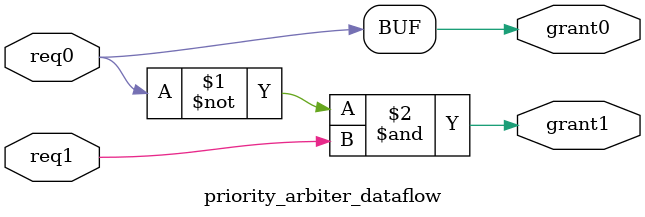
<source format=v>
module priority_arbiter_dataflow (
  input wire req0,
  input wire req1,
  output wire grant0,
  output wire grant1);
  assign grant0 = req0;
  assign grant1 = ~req0 & req1;
endmodule

</source>
